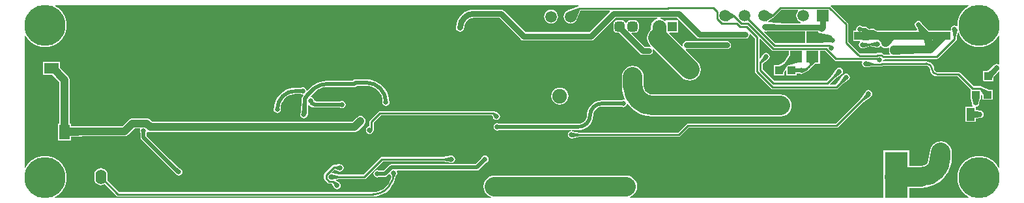
<source format=gbl>
%FSAX24Y24*%
%MOIN*%
G70*
G01*
G75*
G04 Layer_Physical_Order=2*
G04 Layer_Color=16711680*
%ADD10C,0.1000*%
%ADD11C,0.0100*%
%ADD12C,0.1200*%
%ADD13C,0.0200*%
%ADD14C,0.0300*%
%ADD15C,0.0400*%
%ADD16C,0.0150*%
%ADD17C,0.0500*%
%ADD18O,0.0709X0.0118*%
%ADD19O,0.0118X0.0709*%
%ADD20R,0.0413X0.0394*%
%ADD21R,0.0433X0.0669*%
%ADD22R,0.1181X0.2362*%
%ADD23R,0.0276X0.0354*%
%ADD24R,0.0374X0.0394*%
%ADD25R,0.0118X0.0157*%
%ADD26R,0.0394X0.0413*%
%ADD27O,0.0866X0.0236*%
%ADD28R,0.0787X0.0787*%
%ADD29R,0.0394X0.0374*%
%ADD30R,0.0433X0.0236*%
%ADD31R,0.1496X0.0984*%
%ADD32R,0.0787X0.0197*%
%ADD33R,0.0315X0.0315*%
%ADD34R,0.4110X0.3504*%
%ADD35R,0.0394X0.1339*%
%ADD36C,0.0150*%
%ADD37C,0.3000*%
%ADD38C,0.0700*%
%ADD39R,0.0550X0.0750*%
%ADD40O,0.0550X0.0750*%
%ADD41R,0.0750X0.0550*%
%ADD42O,0.0750X0.0550*%
%ADD43C,0.0591*%
%ADD44R,0.0591X0.0591*%
%ADD45C,0.0748*%
%ADD46C,0.2100*%
G04:AMPARAMS|DCode=47|XSize=51mil|YSize=51mil|CornerRadius=12.8mil|HoleSize=0mil|Usage=FLASHONLY|Rotation=0.000|XOffset=0mil|YOffset=0mil|HoleType=Round|Shape=RoundedRectangle|*
%AMROUNDEDRECTD47*
21,1,0.0510,0.0255,0,0,0.0*
21,1,0.0255,0.0510,0,0,0.0*
1,1,0.0255,0.0128,-0.0128*
1,1,0.0255,-0.0128,-0.0128*
1,1,0.0255,-0.0128,0.0128*
1,1,0.0255,0.0128,0.0128*
%
%ADD47ROUNDEDRECTD47*%
%ADD48R,0.0510X0.0510*%
%ADD49C,0.0250*%
%ADD50C,0.0700*%
%ADD51R,0.0630X0.0591*%
%ADD52R,0.0669X0.0433*%
G36*
X028398Y009901D02*
X028385Y009880D01*
X027923Y009698D01*
X027907Y009696D01*
X027821Y009660D01*
X027795Y009641D01*
X027788Y009636D01*
X027786Y009634D01*
X027747Y009603D01*
X027690Y009529D01*
X027654Y009443D01*
X027642Y009350D01*
X027654Y009257D01*
X027690Y009171D01*
X027747Y009097D01*
X027821Y009040D01*
X027907Y009004D01*
X028000Y008992D01*
X028093Y009004D01*
X028179Y009040D01*
X028253Y009097D01*
X028284Y009136D01*
X028286Y009138D01*
X028291Y009145D01*
X028310Y009171D01*
X028346Y009257D01*
X028348Y009273D01*
X028502Y009664D01*
X029995D01*
X030015Y009617D01*
X028961Y008564D01*
X025689D01*
X024601Y009651D01*
X024532Y009698D01*
X024450Y009714D01*
X023062D01*
Y009714D01*
X022881Y009697D01*
X022707Y009644D01*
X022547Y009558D01*
X022407Y009443D01*
X022292Y009303D01*
X022206Y009143D01*
X022153Y008969D01*
X022136Y008788D01*
X022136D01*
X022152Y008706D01*
X022199Y008637D01*
X022268Y008590D01*
X022350Y008574D01*
X022432Y008590D01*
X022501Y008637D01*
X022548Y008706D01*
X022564Y008788D01*
X022564D01*
X022561Y008791D01*
X022578Y008918D01*
X022628Y009039D01*
X022708Y009143D01*
X022811Y009222D01*
X022932Y009272D01*
X023052Y009288D01*
X023062Y009286D01*
X024361D01*
X025449Y008199D01*
X025518Y008152D01*
X025518Y008152D01*
X025518Y008152D01*
D01*
X025518Y008152D01*
X025518Y008152D01*
X025600Y008136D01*
X029050D01*
X029132Y008152D01*
X029201Y008199D01*
X029201Y008199D01*
X029201Y008199D01*
X030304Y009302D01*
X032427D01*
X032430Y009252D01*
X032413Y009249D01*
X032313Y009208D01*
X032228Y009142D01*
X032162Y009057D01*
X032121Y008957D01*
X032106Y008850D01*
Y008840D01*
Y008673D01*
X032083Y008655D01*
X031994Y008538D01*
X031937Y008402D01*
X031918Y008255D01*
X031937Y008109D01*
X031994Y007973D01*
X032083Y007856D01*
X032095Y007844D01*
X032072Y007800D01*
X032000Y007814D01*
X031786D01*
X031115Y008485D01*
X031135Y008531D01*
X031307D01*
X031381Y008546D01*
X031443Y008587D01*
X031484Y008649D01*
X031499Y008723D01*
Y008978D01*
X031484Y009051D01*
X031443Y009113D01*
X031381Y009154D01*
X031307Y009169D01*
X031052D01*
X030979Y009154D01*
X030917Y009113D01*
X030876Y009051D01*
X030870Y009021D01*
X030820D01*
X030814Y009051D01*
X030773Y009113D01*
X030711Y009154D01*
X030638Y009169D01*
X030382D01*
X030309Y009154D01*
X030247Y009113D01*
X030206Y009051D01*
X030191Y008978D01*
Y008723D01*
X030206Y008649D01*
X030247Y008587D01*
X030309Y008546D01*
X030382Y008531D01*
X030464D01*
X031546Y007449D01*
X031616Y007402D01*
X031698Y007386D01*
X032000D01*
X032082Y007402D01*
X032151Y007449D01*
X032198Y007518D01*
X032214Y007600D01*
X032200Y007672D01*
X032244Y007695D01*
X033701Y006239D01*
X033818Y006149D01*
X033954Y006092D01*
X034100Y006073D01*
X034246Y006092D01*
X034382Y006149D01*
X034499Y006239D01*
X034589Y006356D01*
X034646Y006492D01*
X034665Y006638D01*
X034646Y006784D01*
X034589Y006920D01*
X034499Y007037D01*
X033887Y007650D01*
X033911Y007694D01*
X033950Y007686D01*
X036000D01*
X036082Y007702D01*
X036151Y007749D01*
X036198Y007818D01*
X036214Y007900D01*
X036198Y007982D01*
X036151Y008051D01*
X036082Y008098D01*
X036000Y008114D01*
X033950D01*
X033868Y008098D01*
X033799Y008051D01*
X033752Y007982D01*
X033736Y007900D01*
X033744Y007861D01*
X033700Y007837D01*
X033048Y008489D01*
X033067Y008535D01*
X033505D01*
Y009165D01*
X032875D01*
Y009139D01*
X032828Y009123D01*
X032812Y009142D01*
X032727Y009208D01*
X032627Y009249D01*
X032610Y009252D01*
X032613Y009302D01*
X033446D01*
X034449Y008299D01*
X034518Y008252D01*
X034518Y008252D01*
X034518Y008252D01*
D01*
X034518Y008252D01*
X034518Y008252D01*
X034600Y008236D01*
X036950D01*
X037032Y008252D01*
X037101Y008299D01*
X037148Y008368D01*
X037164Y008450D01*
X037162Y008459D01*
X037206Y008482D01*
X037438Y008251D01*
Y006550D01*
X037438Y006550D01*
X037446Y006507D01*
X037471Y006471D01*
X038271Y005671D01*
X038271Y005671D01*
X038307Y005646D01*
X038307Y005646D01*
X038307Y005646D01*
D01*
X038307Y005646D01*
X038307Y005646D01*
X038350Y005638D01*
X038350Y005638D01*
X041600D01*
X041600Y005638D01*
X041643Y005646D01*
X041679Y005671D01*
X041836Y005827D01*
X042215Y006102D01*
X042219Y006107D01*
X042233Y006117D01*
X042274Y006178D01*
X042289Y006250D01*
X042274Y006322D01*
X042233Y006383D01*
X042172Y006424D01*
X042100Y006439D01*
X042028Y006424D01*
X041967Y006383D01*
X041957Y006369D01*
X041952Y006365D01*
X041677Y005986D01*
X041554Y005862D01*
X041286D01*
X041267Y005908D01*
X041486Y006127D01*
X041865Y006402D01*
X041869Y006407D01*
X041883Y006417D01*
X041924Y006478D01*
X041939Y006550D01*
X041924Y006622D01*
X041883Y006683D01*
X041822Y006724D01*
X041750Y006739D01*
X041678Y006724D01*
X041617Y006683D01*
X041607Y006669D01*
X041602Y006665D01*
X041327Y006286D01*
X041104Y006062D01*
X038423D01*
X037822Y006663D01*
Y006951D01*
X038112Y007150D01*
X038117Y007156D01*
X038133Y007167D01*
X038174Y007228D01*
X038189Y007300D01*
X038174Y007372D01*
X038133Y007433D01*
X038072Y007474D01*
X038000Y007489D01*
X037928Y007474D01*
X037867Y007433D01*
X037856Y007417D01*
X037850Y007412D01*
X037710Y007208D01*
X037662Y007223D01*
Y008188D01*
X037708Y008207D01*
X038294Y007621D01*
X038294Y007621D01*
X038331Y007596D01*
X038331Y007596D01*
X038331Y007596D01*
D01*
X038331Y007596D01*
X038331Y007596D01*
X038374Y007588D01*
X039160D01*
Y007390D01*
X038933Y007043D01*
X038622Y006857D01*
X038418D01*
Y006343D01*
X038952D01*
Y006530D01*
X039000Y006615D01*
X039048Y006603D01*
Y006343D01*
X039582D01*
Y006437D01*
X039711D01*
X039728Y006426D01*
X039800Y006411D01*
X039840Y006419D01*
X039842Y006419D01*
X039846Y006420D01*
X039872Y006426D01*
X039882Y006432D01*
X039883Y006433D01*
X040144Y006580D01*
X040150Y006585D01*
X040184Y006603D01*
X040289Y006689D01*
X040374Y006794D01*
X040387Y006817D01*
X040496Y006931D01*
X040753D01*
Y007588D01*
X041021D01*
X041498Y007111D01*
X041535Y007086D01*
X041578Y007078D01*
X041578Y007078D01*
X042910D01*
X042933Y007034D01*
X042926Y007022D01*
X042911Y006950D01*
X042926Y006878D01*
X042967Y006817D01*
X043028Y006776D01*
X043067Y006768D01*
X043067Y006768D01*
X043068Y006768D01*
X043100Y006761D01*
X043110Y006763D01*
X043111Y006763D01*
X043535Y006803D01*
X043897D01*
X043897Y006803D01*
X043940Y006811D01*
X043977Y006836D01*
X043979Y006838D01*
X046200D01*
X046202Y006838D01*
X046272Y006824D01*
X046333Y006783D01*
X046374Y006722D01*
X046388Y006652D01*
X046388Y006650D01*
X046387D01*
X046399Y006556D01*
X046436Y006468D01*
X046493Y006393D01*
X046568Y006336D01*
X046656Y006299D01*
X046750Y006287D01*
Y006288D01*
X047804D01*
X048463Y005629D01*
X048453Y005607D01*
X048453D01*
X048453Y005607D01*
Y005093D01*
X048501D01*
X048537Y004882D01*
X048541Y004871D01*
X048546Y004848D01*
X048585Y004789D01*
X048574Y004768D01*
X048559Y004745D01*
X048192D01*
Y003955D01*
X048745D01*
Y004124D01*
X048989Y004167D01*
X048999Y004171D01*
X049022Y004176D01*
X049083Y004217D01*
X049124Y004278D01*
X049139Y004350D01*
X049124Y004422D01*
X049083Y004483D01*
X049022Y004524D01*
X048999Y004529D01*
X048989Y004533D01*
X048745Y004576D01*
Y004736D01*
X048792Y004746D01*
X048853Y004787D01*
X048894Y004848D01*
X048899Y004871D01*
X048903Y004882D01*
X048939Y005093D01*
X048987D01*
Y005349D01*
X049035Y005362D01*
X049083Y005279D01*
Y005093D01*
X049617D01*
Y005607D01*
X049398D01*
X049028Y005779D01*
X049026Y005779D01*
X049024Y005780D01*
X049021Y005781D01*
X049019Y005782D01*
X049014Y005783D01*
X049009Y005785D01*
X048997Y005786D01*
X048985Y005789D01*
X048983Y005789D01*
X048981Y005789D01*
X048981Y005789D01*
X048620D01*
X047929Y006479D01*
X047893Y006504D01*
X047850Y006512D01*
X047850Y006512D01*
X046750D01*
Y006512D01*
X046697Y006523D01*
X046653Y006553D01*
X046623Y006597D01*
X046613Y006649D01*
X046614Y006650D01*
X046614D01*
X046599Y006757D01*
X046558Y006857D01*
X046492Y006942D01*
X046407Y007008D01*
X046307Y007049D01*
X046200Y007064D01*
Y007062D01*
X044011D01*
X043979Y007101D01*
X043989Y007150D01*
X044129Y007178D01*
X046728D01*
X046728Y007178D01*
X046771Y007186D01*
X046808Y007211D01*
X047729Y008132D01*
X047729Y008132D01*
X047754Y008169D01*
X047754Y008169D01*
X047754Y008169D01*
X047762Y008212D01*
X047762Y008212D01*
Y008265D01*
X047807Y008514D01*
X047856Y008519D01*
X047908Y008395D01*
X047999Y008246D01*
X048113Y008113D01*
X048246Y007999D01*
X048395Y007908D01*
X048556Y007841D01*
X048726Y007800D01*
X048900Y007787D01*
X049074Y007800D01*
X049244Y007841D01*
X049405Y007908D01*
X049554Y007999D01*
X049687Y008113D01*
X049801Y008246D01*
X049886Y008384D01*
X049934Y008370D01*
Y006921D01*
X049890Y006898D01*
X049872Y006909D01*
X049800Y006924D01*
X049728Y006909D01*
X049695Y006887D01*
X049680Y006879D01*
X049675Y006874D01*
X049667Y006868D01*
X049663Y006864D01*
X049354Y006588D01*
X049302Y006557D01*
X049098D01*
Y006043D01*
X049632D01*
Y006230D01*
X049664Y006288D01*
X049887Y006549D01*
X049934Y006532D01*
Y001630D01*
X049886Y001616D01*
X049801Y001754D01*
X049687Y001887D01*
X049554Y002001D01*
X049405Y002092D01*
X049244Y002159D01*
X049074Y002200D01*
X048900Y002213D01*
X048726Y002200D01*
X048556Y002159D01*
X048395Y002092D01*
X048246Y002001D01*
X048113Y001887D01*
X047999Y001754D01*
X047908Y001605D01*
X047841Y001444D01*
X047800Y001274D01*
X047787Y001100D01*
X047800Y000926D01*
X047841Y000756D01*
X047908Y000595D01*
X047999Y000446D01*
X048113Y000313D01*
X048246Y000199D01*
X048384Y000114D01*
X048370Y000066D01*
X045319D01*
Y000585D01*
X045950D01*
X045950Y000585D01*
X046195Y000604D01*
X046434Y000662D01*
X046660Y000756D01*
X046870Y000884D01*
X047056Y001044D01*
X047216Y001230D01*
X047300Y001367D01*
X047327Y001410D01*
X047329Y001414D01*
X047344Y001440D01*
X047438Y001666D01*
X047496Y001905D01*
X047515Y002150D01*
X047515Y002150D01*
Y002400D01*
X047512Y002424D01*
X047513Y002448D01*
X047502Y002497D01*
X047496Y002546D01*
X047486Y002568D01*
X047481Y002592D01*
X047458Y002636D01*
X047439Y002682D01*
X047424Y002702D01*
X047413Y002723D01*
X047380Y002760D01*
X047349Y002799D01*
X047330Y002814D01*
X047314Y002832D01*
X047272Y002859D01*
X047232Y002889D01*
X047210Y002898D01*
X047190Y002911D01*
X047142Y002926D01*
X047096Y002946D01*
X047072Y002949D01*
X047049Y002956D01*
X046999Y002958D01*
X046950Y002965D01*
X046926Y002962D01*
X046902Y002963D01*
X046853Y002952D01*
X046804Y002946D01*
X046782Y002936D01*
X046758Y002931D01*
X046714Y002908D01*
X046668Y002889D01*
X046648Y002874D01*
X046627Y002863D01*
X046590Y002830D01*
X046551Y002799D01*
X046536Y002780D01*
X046518Y002764D01*
X046491Y002722D01*
X046461Y002682D01*
X046452Y002660D01*
X046439Y002640D01*
X046424Y002592D01*
X046404Y002546D01*
X046401Y002522D01*
X046394Y002499D01*
X046281Y001867D01*
X046260Y001840D01*
X046169Y001770D01*
X046064Y001726D01*
X045964Y001713D01*
X045950Y001715D01*
X045319D01*
Y002491D01*
X044018D01*
Y001258D01*
X044004Y001150D01*
X044018Y001042D01*
Y000066D01*
X031032D01*
X031023Y000115D01*
X031132Y000161D01*
X031249Y000251D01*
X031339Y000368D01*
X031396Y000504D01*
X031415Y000650D01*
X031396Y000796D01*
X031339Y000932D01*
X031249Y001049D01*
X031132Y001139D01*
X030996Y001196D01*
X030850Y001215D01*
X024100D01*
X023954Y001196D01*
X023818Y001139D01*
X023701Y001049D01*
X023611Y000932D01*
X023554Y000796D01*
X023535Y000650D01*
X023554Y000504D01*
X023611Y000368D01*
X023701Y000251D01*
X023818Y000161D01*
X023928Y000115D01*
X023918Y000066D01*
X001630D01*
X001616Y000114D01*
X001754Y000199D01*
X001887Y000313D01*
X002001Y000446D01*
X002092Y000595D01*
X002159Y000756D01*
X002200Y000926D01*
X002213Y001100D01*
X002200Y001274D01*
X002159Y001444D01*
X002092Y001605D01*
X002001Y001754D01*
X001887Y001887D01*
X001754Y002001D01*
X001605Y002092D01*
X001444Y002159D01*
X001274Y002200D01*
X001100Y002213D01*
X000926Y002200D01*
X000756Y002159D01*
X000595Y002092D01*
X000446Y002001D01*
X000313Y001887D01*
X000199Y001754D01*
X000114Y001616D01*
X000066Y001630D01*
Y008370D01*
X000114Y008384D01*
X000199Y008246D01*
X000313Y008113D01*
X000446Y007999D01*
X000595Y007908D01*
X000756Y007841D01*
X000926Y007800D01*
X001100Y007787D01*
X001274Y007800D01*
X001444Y007841D01*
X001605Y007908D01*
X001754Y007999D01*
X001887Y008113D01*
X002001Y008246D01*
X002092Y008395D01*
X002159Y008556D01*
X002200Y008726D01*
X002213Y008900D01*
X002200Y009074D01*
X002159Y009244D01*
X002092Y009405D01*
X002001Y009554D01*
X001887Y009687D01*
X001754Y009801D01*
X001616Y009886D01*
X001630Y009934D01*
X028386D01*
X028398Y009901D01*
D02*
G37*
G36*
X038008Y008577D02*
X038051Y008586D01*
X040003D01*
Y007993D01*
X038466D01*
X037911Y008548D01*
X037934Y008592D01*
X038008Y008577D01*
D02*
G37*
G36*
X048384Y009886D02*
X048246Y009801D01*
X048113Y009687D01*
X047999Y009554D01*
X047908Y009405D01*
X047841Y009244D01*
X047800Y009074D01*
X047787Y008900D01*
X047788Y008885D01*
X047745Y008859D01*
X047722Y008874D01*
X047650Y008889D01*
X047578Y008874D01*
X047517Y008833D01*
X047476Y008772D01*
X047461Y008700D01*
X047465Y008684D01*
X047433Y008645D01*
X046705D01*
Y008631D01*
X046645D01*
Y008645D01*
X046336D01*
X045978Y009003D01*
X045974Y009022D01*
X045933Y009083D01*
X045872Y009124D01*
X045800Y009139D01*
X045728Y009124D01*
X045667Y009083D01*
X045626Y009022D01*
X045611Y008950D01*
X045626Y008878D01*
X045667Y008817D01*
X045677Y008810D01*
X045721Y008686D01*
X045693Y008645D01*
X045005D01*
Y008631D01*
X044945D01*
Y008645D01*
X044155D01*
Y008631D01*
X044095D01*
Y008645D01*
X043653D01*
X043550Y008708D01*
X043550Y008708D01*
X043550Y008708D01*
X043548Y008709D01*
X043546Y008710D01*
X043538Y008712D01*
X043531Y008717D01*
X043530Y008717D01*
X043529Y008718D01*
X043527Y008718D01*
X043526Y008719D01*
X043518Y008721D01*
X043511Y008724D01*
X043505Y008724D01*
X043500Y008726D01*
X043499Y008726D01*
X043499Y008726D01*
X043497Y008726D01*
X043495Y008727D01*
X043487Y008726D01*
X043479Y008728D01*
X043249D01*
X043180Y008797D01*
X043177Y008799D01*
X043175Y008802D01*
X043174Y008802D01*
X043174Y008803D01*
X043173Y008804D01*
X043172Y008804D01*
X043153Y008815D01*
X043135Y008827D01*
X043132Y008828D01*
X043129Y008830D01*
X043128Y008830D01*
X043127Y008830D01*
X043126Y008830D01*
X043125Y008831D01*
X043104Y008833D01*
X043082Y008838D01*
X042927D01*
X042872Y008874D01*
X042800Y008889D01*
X042728Y008874D01*
X042667Y008833D01*
X042626Y008772D01*
X042611Y008700D01*
X042615Y008684D01*
X042583Y008645D01*
X042455D01*
Y008092D01*
X042793D01*
X042808Y008044D01*
X042807Y008043D01*
X042766Y007982D01*
X042751Y007910D01*
X042766Y007838D01*
X042807Y007777D01*
X042868Y007736D01*
X042940Y007721D01*
X042968Y007727D01*
X042983Y007728D01*
X043009Y007735D01*
X043012Y007736D01*
X043013Y007736D01*
X043338Y007825D01*
X043674Y007765D01*
X043682Y007765D01*
X043700Y007761D01*
X043772Y007776D01*
X043833Y007817D01*
X043847Y007837D01*
X043897Y007841D01*
X043897Y007841D01*
Y007841D01*
X043901Y007836D01*
X043918Y007815D01*
X043924Y007810D01*
X043928Y007804D01*
X043951Y007789D01*
X043972Y007773D01*
X043979Y007770D01*
X043985Y007766D01*
X044010Y007757D01*
X044035Y007747D01*
X044043Y007746D01*
X044050Y007743D01*
X044076Y007741D01*
X044103Y007738D01*
X044110Y007739D01*
X044118Y007738D01*
X044127Y007740D01*
X044142Y007740D01*
X044168Y007738D01*
X044176Y007740D01*
X044185Y007740D01*
X044210Y007747D01*
X044235Y007752D01*
X044243Y007756D01*
X044251Y007758D01*
X044260Y007763D01*
X044298Y007730D01*
X044297Y007728D01*
X044288Y007660D01*
Y007600D01*
X044289Y007594D01*
X044288Y007588D01*
X044293Y007560D01*
X044297Y007532D01*
X044299Y007527D01*
X044300Y007521D01*
X044312Y007495D01*
X044323Y007469D01*
X044326Y007464D01*
X044329Y007459D01*
X044326Y007421D01*
X044302Y007402D01*
X044039D01*
X043977Y007464D01*
X043940Y007489D01*
X043897Y007497D01*
X043897Y007497D01*
X043703D01*
X043660Y007489D01*
X043623Y007464D01*
X043623Y007464D01*
X043621Y007462D01*
X042814D01*
X042807Y007469D01*
X042771Y007494D01*
X042767Y007494D01*
X042202Y008059D01*
Y008956D01*
X042202Y008956D01*
X042194Y008999D01*
X042169Y009035D01*
X041320Y009885D01*
X041318Y009886D01*
X041333Y009934D01*
X048370D01*
X048384Y009886D01*
D02*
G37*
G36*
X039643Y009648D02*
X039590Y009579D01*
X039554Y009493D01*
X039542Y009400D01*
X039554Y009307D01*
X039590Y009221D01*
X039647Y009147D01*
X039721Y009090D01*
X039785Y009063D01*
X039775Y009014D01*
X038997D01*
X038113Y009057D01*
X038098Y009104D01*
X038153Y009147D01*
X038161Y009156D01*
X038389Y009306D01*
X038389Y009307D01*
X038390Y009307D01*
X038395Y009313D01*
X038402Y009317D01*
X038404Y009319D01*
X038406Y009321D01*
X038779Y009693D01*
X039621D01*
X039643Y009648D01*
D02*
G37*
%LPC*%
G36*
X001885Y007035D02*
X001015D01*
Y006365D01*
X001483D01*
X001843Y006006D01*
Y005025D01*
X001839Y003885D01*
X001765D01*
Y003015D01*
X002435D01*
Y003196D01*
X003580Y003223D01*
X005185D01*
X005185Y003223D01*
X005253Y003232D01*
X005316Y003258D01*
X005370Y003300D01*
X005694Y003623D01*
X005956D01*
X005980Y003579D01*
X005976Y003572D01*
X005961Y003500D01*
X005976Y003428D01*
X005987Y003411D01*
Y003168D01*
X005999Y003106D01*
X006035Y003053D01*
X007803Y001285D01*
X007806Y001283D01*
X007817Y001267D01*
X007878Y001226D01*
X007950Y001211D01*
X008022Y001226D01*
X008083Y001267D01*
X008124Y001328D01*
X008139Y001400D01*
X008124Y001472D01*
X008083Y001533D01*
X008022Y001574D01*
X007998Y001579D01*
X007499Y002050D01*
X006313Y003236D01*
Y003411D01*
X006324Y003428D01*
X006328Y003446D01*
X006372Y003469D01*
X006390Y003462D01*
X006427Y003447D01*
X006494Y003438D01*
X006494Y003438D01*
X016950D01*
X016950Y003438D01*
X017018Y003447D01*
X017081Y003473D01*
X017135Y003515D01*
X017435Y003815D01*
X017477Y003869D01*
X017503Y003932D01*
X017512Y004000D01*
X017503Y004068D01*
X017477Y004131D01*
X017435Y004185D01*
X017381Y004227D01*
X017318Y004253D01*
X017250Y004262D01*
X017182Y004253D01*
X017119Y004227D01*
X017065Y004185D01*
X016841Y003962D01*
X006603D01*
X006495Y004070D01*
X006441Y004112D01*
X006377Y004138D01*
X006309Y004147D01*
X006309Y004147D01*
X005585D01*
X005517Y004138D01*
X005454Y004112D01*
X005400Y004070D01*
X005400Y004070D01*
X005076Y003747D01*
X002435D01*
Y003885D01*
X002367D01*
Y006114D01*
X002363Y006145D01*
X002360Y006175D01*
X002359Y006179D01*
X002358Y006182D01*
X002347Y006210D01*
X002336Y006239D01*
X002333Y006242D01*
X002332Y006245D01*
X002313Y006270D01*
X002295Y006295D01*
X001885Y006728D01*
Y007035D01*
D02*
G37*
G36*
X024050Y004512D02*
X024050Y004512D01*
X018250D01*
X018250Y004512D01*
X018207Y004504D01*
X018171Y004479D01*
X017731Y004039D01*
X017706Y004003D01*
X017698Y003960D01*
X017698Y003960D01*
Y003738D01*
X017628Y003724D01*
X017567Y003683D01*
X017526Y003622D01*
X017511Y003550D01*
X017526Y003478D01*
X017567Y003417D01*
X017616Y003383D01*
X017621Y003377D01*
X017637Y003361D01*
X017637Y003361D01*
X017673Y003336D01*
X017673Y003336D01*
X017673Y003336D01*
D01*
X017673Y003336D01*
X017673Y003336D01*
X017716Y003328D01*
X017759Y003336D01*
X017796Y003361D01*
X017889Y003454D01*
X017889Y003454D01*
X017914Y003491D01*
X017922Y003534D01*
X017922Y003534D01*
Y003914D01*
X018296Y004288D01*
X023978D01*
X024024Y004188D01*
X024026Y004178D01*
X024035Y004165D01*
X024036Y004160D01*
X024048Y004145D01*
X024067Y004117D01*
X024128Y004076D01*
X024200Y004061D01*
X024272Y004076D01*
X024333Y004117D01*
X024374Y004178D01*
X024389Y004250D01*
X024374Y004322D01*
X024333Y004383D01*
X024305Y004402D01*
X024290Y004414D01*
X024285Y004415D01*
X024272Y004424D01*
X024262Y004426D01*
X024097Y004502D01*
X024095Y004502D01*
X024093Y004504D01*
X024091Y004504D01*
X024089Y004505D01*
X024071Y004508D01*
X024054Y004512D01*
X024052Y004512D01*
X024050Y004512D01*
D02*
G37*
G36*
X023615Y002239D02*
X023543Y002224D01*
X023482Y002183D01*
X023441Y002122D01*
X023437Y002103D01*
X023131Y001797D01*
X018822D01*
X018760Y001784D01*
X018707Y001749D01*
X018421Y001463D01*
X018189D01*
X018172Y001474D01*
X018100Y001489D01*
X018028Y001474D01*
X017967Y001433D01*
X017926Y001372D01*
X017911Y001300D01*
X017926Y001228D01*
X017967Y001167D01*
X018028Y001126D01*
X018100Y001111D01*
X018172Y001126D01*
X018189Y001137D01*
X018488D01*
X018551Y001149D01*
X018604Y001185D01*
X018717Y001298D01*
X018764Y001283D01*
X018766Y001277D01*
X018775Y001262D01*
X018824Y001152D01*
X018822Y001134D01*
X018791Y001031D01*
X018772Y000967D01*
X018689Y000813D01*
X018597Y000700D01*
X018597Y000700D01*
X018597D01*
X018592Y000696D01*
X018590Y000695D01*
X018590Y000695D01*
X018590Y000695D01*
X018529Y000621D01*
X018394Y000511D01*
X018240Y000428D01*
X018073Y000378D01*
X017905Y000361D01*
X017900Y000362D01*
X004891D01*
X004289Y000964D01*
X004300Y001050D01*
Y001250D01*
X004289Y001337D01*
X004255Y001419D01*
X004202Y001489D01*
X004132Y001543D01*
X004050Y001576D01*
X003963Y001588D01*
X003875Y001576D01*
X003794Y001543D01*
X003724Y001489D01*
X003670Y001419D01*
X003636Y001337D01*
X003625Y001250D01*
Y001050D01*
X003636Y000963D01*
X003670Y000881D01*
X003724Y000811D01*
X003794Y000757D01*
X003875Y000724D01*
X003963Y000712D01*
X004050Y000724D01*
X004132Y000757D01*
X004158Y000778D01*
X004765Y000171D01*
X004765Y000171D01*
X004802Y000146D01*
X004802Y000146D01*
X004802Y000146D01*
D01*
X004802Y000146D01*
X004802Y000146D01*
X004844Y000138D01*
X004844Y000138D01*
X017900D01*
Y000137D01*
X018074Y000150D01*
X018244Y000191D01*
X018405Y000258D01*
X018554Y000349D01*
X018687Y000463D01*
X018754Y000541D01*
X018758Y000544D01*
X018760Y000547D01*
X018760Y000547D01*
X018851Y000653D01*
X018942Y000802D01*
X019007Y000960D01*
X019009Y000963D01*
X019050Y001133D01*
X019050Y001138D01*
X019105Y001262D01*
X019114Y001277D01*
X019121Y001311D01*
X019126Y001331D01*
X019125Y001332D01*
X019129Y001349D01*
X019114Y001421D01*
X019111Y001426D01*
X019134Y001471D01*
X023199D01*
X023261Y001483D01*
X023314Y001518D01*
X023668Y001872D01*
X023687Y001876D01*
X023748Y001917D01*
X023789Y001978D01*
X023804Y002050D01*
X023789Y002122D01*
X023748Y002183D01*
X023687Y002224D01*
X023615Y002239D01*
D02*
G37*
G36*
X021900D02*
X021882Y002235D01*
X021874Y002235D01*
X021465Y002162D01*
X018350D01*
X018307Y002154D01*
X018271Y002129D01*
X018271Y002129D01*
X017404Y001262D01*
X016166D01*
X015798Y001328D01*
X015783Y001376D01*
X015924Y001517D01*
X016118Y001432D01*
X016128Y001426D01*
X016174Y001417D01*
X016177Y001416D01*
X016177Y001416D01*
X016200Y001411D01*
X016272Y001426D01*
X016333Y001467D01*
X016374Y001528D01*
X016389Y001600D01*
X016374Y001672D01*
X016333Y001733D01*
X016272Y001774D01*
X016239Y001781D01*
X016237Y001782D01*
X016231Y001782D01*
X016200Y001789D01*
X016188Y001786D01*
X015889Y001762D01*
X015881Y001760D01*
X015873Y001759D01*
X015865Y001756D01*
X015857Y001754D01*
X015856Y001754D01*
X015855Y001754D01*
X015852Y001751D01*
X015847Y001750D01*
X015841Y001745D01*
X015833Y001741D01*
X015827Y001735D01*
X015820Y001731D01*
X015820Y001730D01*
X015819Y001729D01*
X015819Y001729D01*
X015416Y001327D01*
X015392Y001290D01*
X015384Y001247D01*
X015384Y001247D01*
Y001053D01*
X015384Y001053D01*
X015392Y001010D01*
X015416Y000973D01*
X015554Y000836D01*
X015554Y000836D01*
X015590Y000811D01*
X015590Y000811D01*
X015590Y000811D01*
D01*
X015590Y000811D01*
X015590Y000811D01*
X015633Y000803D01*
X015633Y000803D01*
X015771D01*
X015876Y000628D01*
X015876Y000628D01*
X015876Y000627D01*
X015895Y000596D01*
X015903Y000587D01*
X015917Y000567D01*
X015978Y000526D01*
X016050Y000511D01*
X016122Y000526D01*
X016183Y000567D01*
X016224Y000628D01*
X016239Y000700D01*
X016224Y000772D01*
X016183Y000833D01*
X016163Y000847D01*
X016154Y000855D01*
X016123Y000874D01*
X016122Y000874D01*
X016122Y000874D01*
X015983Y000958D01*
X015992Y001007D01*
X016166Y001038D01*
X017450D01*
X017450Y001038D01*
X017493Y001046D01*
X017529Y001071D01*
X018396Y001938D01*
X021465D01*
X021874Y001865D01*
X021882Y001865D01*
X021900Y001861D01*
X021972Y001876D01*
X022033Y001917D01*
X022074Y001978D01*
X022089Y002050D01*
X022074Y002122D01*
X022033Y002183D01*
X021972Y002224D01*
X021900Y002239D01*
D02*
G37*
G36*
X017550Y006134D02*
Y006133D01*
X016990D01*
X016990Y006133D01*
X016928Y006121D01*
X016875Y006086D01*
X016853Y006063D01*
X015514D01*
Y006064D01*
X015332Y006049D01*
X015155Y006007D01*
X014986Y005937D01*
X014830Y005841D01*
X014817Y005830D01*
X014803Y005818D01*
X014799Y005816D01*
X014798Y005814D01*
X014691Y005723D01*
X014692Y005722D01*
X014531Y005562D01*
X014483Y005576D01*
X014474Y005622D01*
X014433Y005683D01*
X014372Y005724D01*
X014300Y005739D01*
X014228Y005724D01*
X014211Y005713D01*
X013942D01*
Y005713D01*
X013768Y005700D01*
X013598Y005659D01*
X013437Y005592D01*
X013288Y005501D01*
X013155Y005387D01*
X013041Y005254D01*
X012950Y005105D01*
X012883Y004944D01*
X012842Y004774D01*
X012837Y004700D01*
X012818Y004672D01*
X012803Y004600D01*
X012818Y004528D01*
X012859Y004467D01*
X012920Y004426D01*
X012992Y004411D01*
X013064Y004426D01*
X013125Y004467D01*
X013166Y004528D01*
X013181Y004600D01*
X013166Y004672D01*
X013161Y004680D01*
X013168Y004754D01*
X013213Y004902D01*
X013286Y005038D01*
X013384Y005158D01*
X013504Y005256D01*
X013640Y005329D01*
X013788Y005374D01*
X013936Y005388D01*
X013942Y005387D01*
X014211D01*
X014228Y005376D01*
X014300Y005361D01*
X014307Y005363D01*
X014320Y005350D01*
X014336Y005320D01*
X014300Y005283D01*
X014264Y005230D01*
X014252Y005168D01*
Y005091D01*
X014195Y004439D01*
X014176Y004410D01*
X014161Y004338D01*
X014176Y004266D01*
X014217Y004204D01*
X014278Y004164D01*
X014350Y004149D01*
X014422Y004164D01*
X014483Y004204D01*
X014524Y004266D01*
X014528Y004285D01*
X014530Y004288D01*
X014566Y004340D01*
X014578Y004403D01*
Y004800D01*
X014625Y004816D01*
X014643Y004793D01*
X014718Y004736D01*
X014806Y004699D01*
X014900Y004687D01*
X014900Y004687D01*
X016209D01*
X016225Y004676D01*
X016297Y004661D01*
X016370Y004676D01*
X016431Y004717D01*
X016472Y004778D01*
X016486Y004850D01*
X016472Y004922D01*
X016431Y004983D01*
X016370Y005024D01*
X016297Y005039D01*
X016225Y005024D01*
X016209Y005013D01*
X015074D01*
X014889Y005050D01*
X014874Y005122D01*
X014833Y005183D01*
X014772Y005224D01*
X014726Y005233D01*
X014712Y005281D01*
X014922Y005492D01*
X014927Y005498D01*
X015013Y005569D01*
X015048Y005598D01*
X015193Y005675D01*
X015351Y005723D01*
X015507Y005738D01*
X015514Y005737D01*
X016920D01*
X016983Y005749D01*
X017036Y005785D01*
X017058Y005807D01*
X017550D01*
X017557Y005809D01*
X017714Y005793D01*
X017871Y005745D01*
X018016Y005668D01*
X018143Y005563D01*
X018248Y005436D01*
X018325Y005291D01*
X018373Y005134D01*
X018381Y005050D01*
X018376Y005042D01*
X018361Y004970D01*
X018376Y004898D01*
X018417Y004837D01*
X018478Y004796D01*
X018550Y004782D01*
X018622Y004796D01*
X018683Y004837D01*
X018724Y004898D01*
X018739Y004970D01*
X018724Y005042D01*
X018706Y005070D01*
X018699Y005152D01*
X018657Y005330D01*
X018587Y005498D01*
X018491Y005654D01*
X018373Y005793D01*
X018234Y005912D01*
X018078Y006007D01*
X017910Y006077D01*
X017732Y006119D01*
X017550Y006134D01*
D02*
G37*
G36*
X027000Y009708D02*
X026907Y009696D01*
X026821Y009660D01*
X026747Y009603D01*
X026690Y009529D01*
X026654Y009443D01*
X026642Y009350D01*
X026654Y009257D01*
X026690Y009171D01*
X026747Y009097D01*
X026821Y009040D01*
X026907Y009004D01*
X027000Y008992D01*
X027093Y009004D01*
X027179Y009040D01*
X027253Y009097D01*
X027310Y009171D01*
X027346Y009257D01*
X027358Y009350D01*
X027346Y009443D01*
X027310Y009529D01*
X027253Y009603D01*
X027179Y009660D01*
X027093Y009696D01*
X027000Y009708D01*
D02*
G37*
G36*
X027450Y005714D02*
X027337Y005699D01*
X027231Y005655D01*
X027140Y005586D01*
X027071Y005495D01*
X027027Y005390D01*
X027012Y005276D01*
X027027Y005163D01*
X027071Y005058D01*
X027140Y004967D01*
X027231Y004897D01*
X027337Y004854D01*
X027450Y004839D01*
X027563Y004854D01*
X027669Y004897D01*
X027760Y004967D01*
X027829Y005058D01*
X027873Y005163D01*
X027888Y005276D01*
X027873Y005390D01*
X027829Y005495D01*
X027760Y005586D01*
X027669Y005655D01*
X027563Y005699D01*
X027450Y005714D01*
D02*
G37*
G36*
X031185Y006830D02*
X031039Y006811D01*
X030903Y006754D01*
X030786Y006664D01*
X030696Y006547D01*
X030639Y006411D01*
X030620Y006265D01*
Y005800D01*
X030620Y005800D01*
X030639Y005555D01*
X030697Y005316D01*
X030697Y005316D01*
X030697Y005316D01*
X030758Y005121D01*
X030724Y005084D01*
X030700Y005089D01*
X030628Y005074D01*
X030611Y005063D01*
X029600D01*
Y005064D01*
X029451Y005049D01*
X029308Y005006D01*
X029176Y004935D01*
X029060Y004840D01*
X028965Y004724D01*
X028894Y004592D01*
X028851Y004449D01*
X028836Y004300D01*
X028837D01*
X028838Y004294D01*
X028824Y004186D01*
X028780Y004081D01*
X028710Y003990D01*
X028619Y003920D01*
X028514Y003876D01*
X028406Y003862D01*
X028400Y003863D01*
X024339D01*
X024322Y003874D01*
X024250Y003889D01*
X024178Y003874D01*
X024117Y003833D01*
X024076Y003772D01*
X024061Y003700D01*
X024076Y003628D01*
X024117Y003567D01*
X024178Y003526D01*
X024250Y003511D01*
X024322Y003526D01*
X024339Y003537D01*
X028037D01*
X028042Y003487D01*
Y003487D01*
X028042D01*
D01*
X027978Y003474D01*
X027917Y003433D01*
X027876Y003372D01*
X027861Y003300D01*
X027876Y003228D01*
X027917Y003167D01*
X027978Y003126D01*
X028050Y003111D01*
X028068Y003115D01*
X028076Y003115D01*
X028485Y003188D01*
X033537D01*
X033537Y003188D01*
X033580Y003196D01*
X033617Y003221D01*
X034052Y003656D01*
X041618D01*
X041618Y003656D01*
X041661Y003664D01*
X041697Y003688D01*
X042986Y004977D01*
X043365Y005252D01*
X043369Y005257D01*
X043383Y005267D01*
X043424Y005328D01*
X043439Y005400D01*
X043424Y005472D01*
X043383Y005533D01*
X043322Y005574D01*
X043250Y005589D01*
X043178Y005574D01*
X043117Y005533D01*
X043107Y005519D01*
X043102Y005515D01*
X042827Y005136D01*
X041571Y003880D01*
X034005D01*
X034005Y003880D01*
X033962Y003871D01*
X033926Y003847D01*
X033491Y003412D01*
X028485D01*
X028076Y003485D01*
X028076D01*
X028058Y003487D01*
X028063Y003537D01*
X028400D01*
Y003536D01*
X028549Y003551D01*
X028692Y003594D01*
X028824Y003665D01*
X028940Y003760D01*
X029035Y003876D01*
X029106Y004008D01*
X029149Y004151D01*
X029164Y004300D01*
X029163D01*
X029162Y004306D01*
X029176Y004414D01*
X029220Y004519D01*
X029290Y004610D01*
X029381Y004680D01*
X029486Y004724D01*
X029594Y004738D01*
X029600Y004737D01*
X030611D01*
X030628Y004726D01*
X030700Y004711D01*
X030772Y004726D01*
X030833Y004767D01*
X030874Y004828D01*
X030880Y004856D01*
X030881Y004857D01*
X030928Y004869D01*
X031079Y004694D01*
X031265Y004534D01*
X031475Y004406D01*
X031701Y004312D01*
X031940Y004254D01*
X032185Y004235D01*
X032185Y004235D01*
X038750D01*
X038896Y004254D01*
X039032Y004311D01*
X039149Y004401D01*
X039239Y004518D01*
X039296Y004654D01*
X039315Y004800D01*
X039296Y004946D01*
X039239Y005082D01*
X039149Y005199D01*
X039032Y005289D01*
X038896Y005346D01*
X038750Y005365D01*
X032185D01*
X032171Y005363D01*
X032071Y005376D01*
X031966Y005420D01*
X031875Y005490D01*
X031805Y005581D01*
X031761Y005686D01*
X031748Y005786D01*
X031750Y005800D01*
Y006265D01*
X031731Y006411D01*
X031674Y006547D01*
X031584Y006664D01*
X031467Y006754D01*
X031331Y006811D01*
X031185Y006830D01*
D02*
G37*
%LPD*%
D10*
X045950Y001150D02*
G03*
X046950Y002150I000000J001000D01*
G01*
X037200Y003150D02*
G03*
X036200Y002150I000000J-001000D01*
G01*
X027237Y002537D02*
G03*
X026529Y002830I-000707J-000707D01*
G01*
X027450Y002324D02*
G03*
X027824Y001950I000374J000000D01*
G01*
X031185Y005800D02*
G03*
X032185Y004800I001000J000000D01*
G01*
X032483Y008255D02*
X034100Y006638D01*
X007500Y002850D02*
X010500Y002830D01*
X007500Y002850D02*
X010500Y002830D01*
X034100Y002000D02*
Y003000D01*
X007520Y002830D02*
X010500D01*
X046816Y001650D02*
X046950Y002400D01*
X042600Y001741D02*
Y003150D01*
X027450Y002324D02*
X031176Y001950D01*
X026788Y002796D02*
X027450Y002324D01*
X044569Y001150D02*
X045950D01*
X046950Y002150D02*
Y002400D01*
X042600Y003150D02*
X044550D01*
X041650D02*
X042600D01*
Y001150D02*
Y003150D01*
X017650Y002830D02*
X018300D01*
X015300D02*
X017650D01*
X024100Y000650D02*
X030850D01*
X037200Y003150D02*
X037600D01*
X041650D01*
X036200Y001950D02*
Y002150D01*
X018300Y002830D02*
X026529D01*
X027237Y002537D02*
X027450Y002324D01*
X010500Y002830D02*
X015300D01*
X034100Y002000D02*
Y003000D01*
X034150Y001950D02*
X036200D01*
X027824D02*
X034050D01*
X034100Y002000D02*
X034150Y001950D01*
X032483Y008255D02*
X034100Y006638D01*
X007520Y002830D02*
X010500D01*
X007500Y002850D02*
X007520Y002830D01*
X031185Y005800D02*
Y006265D01*
X032185Y004800D02*
X038750D01*
D11*
X039800Y006600D02*
G03*
X040378Y007178I000000J000578D01*
G01*
X046500Y006650D02*
G03*
X046750Y006400I000250J000000D01*
G01*
X046500Y006650D02*
G03*
X046200Y006950I-000300J000000D01*
G01*
X018900Y000995D02*
G03*
X018940Y001166I-000950J000312D01*
G01*
X018679Y000623D02*
G03*
X018900Y000995I-000729J000684D01*
G01*
X017900Y000250D02*
G03*
X018679Y000623I000000J001000D01*
G01*
X048528Y004291D02*
X048933Y004423D01*
X048528Y004291D02*
X048954Y004275D01*
X048528Y004409D02*
X048954Y004425D01*
X048528Y004409D02*
X048933Y004277D01*
X048543Y004203D02*
X048918Y004418D01*
X048543Y004203D02*
X048969Y004278D01*
X048543Y004497D02*
X048969Y004422D01*
X048543Y004497D02*
X048918Y004282D01*
X048525Y004350D02*
X048943Y004425D01*
X048525Y004350D02*
X048943Y004275D01*
X048575Y005325D02*
X048788Y004951D01*
X048575Y005325D02*
X048648Y004901D01*
X048793D02*
X048865Y005325D01*
X048652Y004951D02*
X048865Y005325D01*
X048720Y005345D02*
X048795Y004927D01*
X048645D02*
X048720Y005345D01*
X049468Y006396D02*
X049800Y006735D01*
X049468Y006396D02*
X049742Y006783D01*
X049468Y006396D02*
X049849Y006679D01*
X049572Y006352D02*
X049800Y006735D01*
X049572Y006352D02*
X049733Y006768D01*
X049572Y006352D02*
X049861Y006691D01*
X049421Y006497D02*
X049800Y006735D01*
X049421Y006497D02*
X049755Y006795D01*
X049421Y006497D02*
X049834Y006668D01*
X049463Y006398D02*
X049743Y006784D01*
X049463Y006398D02*
X049849Y006678D01*
X015801Y002329D02*
X016100Y001950D01*
X015801Y002329D02*
X016155Y002001D01*
X015801Y002329D02*
X016038Y001908D01*
X017126Y005468D02*
X017512Y005188D01*
X017232Y005574D02*
X017512Y005188D01*
X018940Y001166D02*
Y001349D01*
X018867Y001333D02*
X018940Y001166D01*
X019013Y001333D01*
X047575Y008693D02*
X047650Y008275D01*
X047725Y008693D01*
X041219Y007881D02*
X041350Y007750D01*
X041219Y007881D02*
X041391Y007813D01*
X041219Y007881D02*
X041287Y007709D01*
X037710Y007010D02*
X038000Y007300D01*
X037710Y007010D02*
X037942Y007348D01*
X037710Y007010D02*
X038048Y007242D01*
X041413Y006213D02*
X041750Y006550D01*
X041413Y006213D02*
X041693Y006599D01*
X041413Y006213D02*
X041799Y006493D01*
X043100Y006950D02*
X043530Y006915D01*
X043100Y006875D02*
X043530Y006915D01*
X043113Y007024D02*
X043530Y006915D01*
X046057Y005725D02*
X046475Y005800D01*
X046057Y005875D02*
X046475Y005800D01*
X046658D02*
X047150Y005900D01*
X046658Y005800D02*
X047130Y005972D01*
X046658Y005800D02*
X047159Y005826D01*
X042940Y007910D02*
X043371Y007950D01*
X042953Y007836D02*
X043371Y007950D01*
X042940Y007985D02*
X043371Y007950D01*
X043275D02*
X043700D01*
X043275D02*
X043693Y008025D01*
X043275Y007950D02*
X043693Y007875D01*
X028057Y003225D02*
X028475Y003300D01*
X028057Y003375D02*
X028475Y003300D01*
X024050Y004400D02*
X024243Y004312D01*
X024050Y004400D02*
X024138Y004207D01*
X015737Y001075D02*
X016156Y001150D01*
X015737Y001225D02*
X016156Y001150D01*
X021475Y002050D02*
X021893Y002125D01*
X021475Y002050D02*
X021893Y001975D01*
X015835Y000915D02*
X016050Y000700D01*
X015835Y000915D02*
X016096Y000759D01*
X015835Y000915D02*
X015991Y000654D01*
X015898Y001650D02*
X016200Y001600D01*
X015898Y001650D02*
X016203Y001675D01*
X015898Y001650D02*
X016179Y001528D01*
X039828Y006531D02*
X040089Y006677D01*
X039790Y006674D02*
X040089Y006677D01*
X041763Y005913D02*
X042100Y006250D01*
X041763Y005913D02*
X042043Y006299D01*
X041763Y005913D02*
X042149Y006193D01*
X042913Y005063D02*
X043193Y005449D01*
X042913Y005063D02*
X043299Y005343D01*
X048473Y004284D02*
X048950Y004350D01*
X048473Y004416D02*
X048950Y004350D01*
X048497Y004186D02*
X048950Y004350D01*
X048497Y004514D02*
X048950Y004350D01*
X049531Y004468D02*
X049850Y004669D01*
X049572Y004415D02*
X049850Y004669D01*
X049501Y004527D02*
X049850Y004669D01*
X049649Y004350D02*
X049850Y004669D01*
X049476Y004625D02*
X049850Y004669D01*
X048981Y005677D02*
X049340Y005350D01*
X048981Y005677D02*
X049421Y005472D01*
X048981Y005677D02*
X049226Y005258D01*
X048575Y005325D02*
X048720Y004920D01*
X048865Y005325D01*
X049375Y006300D02*
X049774Y006709D01*
X049492Y006212D02*
X049774Y006709D01*
X049284Y006415D02*
X049774Y006709D01*
X048745Y006300D02*
X049144Y005891D01*
X048654Y006185D02*
X049144Y005891D01*
X048862Y006388D02*
X049144Y005891D01*
X040300Y006889D02*
X040358Y007286D01*
X040213Y007281D02*
X040300Y006889D01*
X040496Y007240D01*
X040116Y007246D02*
X040300Y006889D01*
X040578Y007179D01*
X038950Y006865D02*
X039515Y007286D01*
X038950Y006865D02*
X039417Y007393D01*
X038950Y006865D02*
X039590Y007161D01*
X038950Y006865D02*
X039337Y007454D01*
X038950Y006865D02*
X039625Y007067D01*
X038695Y006600D02*
X039094Y007009D01*
X038812Y006512D02*
X039094Y007009D01*
X038604Y006715D02*
X039094Y007009D01*
X028114Y009260D02*
X028426Y009776D01*
X027910Y009464D02*
X028426Y009776D01*
X028205Y009216D02*
X028426Y009776D01*
X027866Y009555D02*
X028426Y009776D01*
X037925Y009257D02*
X038327Y009400D01*
X037925Y009543D02*
X038327Y009400D01*
X037970Y009165D02*
X038327Y009400D01*
X037970Y009635D02*
X038327Y009400D01*
X035925Y009257D02*
X036327Y009400D01*
X035925Y009543D02*
X036327Y009400D01*
X035970Y009165D02*
X036327Y009400D01*
X035970Y009635D02*
X036327Y009400D01*
X039371Y007286D02*
X039535D01*
X038685Y006600D02*
X039371Y007286D01*
X041150Y005950D02*
X041750Y006550D01*
X037710Y007010D02*
X038000Y007300D01*
X037710Y006616D02*
Y007010D01*
Y006616D02*
X038376Y005950D01*
X041150D01*
X037550Y006550D02*
Y008297D01*
Y006550D02*
X038350Y005750D01*
X037013Y008835D02*
X037550Y008297D01*
X041600Y005750D02*
X042100Y006250D01*
X038350Y005750D02*
X041600D01*
X016150Y001650D02*
X016200Y001600D01*
X015898Y001650D02*
X016150D01*
X015496Y001247D02*
X015898Y001650D01*
X015633Y000915D02*
X015835D01*
X016050Y000700D01*
X015496Y001053D02*
Y001247D01*
Y001053D02*
X015633Y000915D01*
X018350Y002050D02*
X021900D01*
X017450Y001150D02*
X018350Y002050D01*
X015731Y001150D02*
X017450D01*
X018250Y004400D02*
X024050D01*
X024200Y004250D01*
X017716Y003440D02*
X017810Y003534D01*
Y003960D01*
X017465Y003647D02*
X017650Y003832D01*
Y005050D01*
X017465Y003399D02*
X017650Y003214D01*
X017465Y003399D02*
Y003647D01*
X017700Y003456D02*
Y003550D01*
Y003456D02*
X017716Y003440D01*
X017650Y002830D02*
Y003214D01*
X017810Y003960D02*
X018250Y004400D01*
X028050Y003300D02*
X033537D01*
X034005Y003768D01*
X041618D01*
X043250Y005400D01*
X004844Y000250D02*
X017900D01*
X003963Y001132D02*
Y001150D01*
Y001132D02*
X004844Y000250D01*
X017175Y005525D02*
X017650Y005050D01*
X041578Y007190D02*
X043760D01*
X041068Y007700D02*
X041578Y007190D01*
X042980Y007950D02*
X043700D01*
X042940Y007910D02*
X042980Y007950D01*
X046728Y007290D02*
X047650Y008212D01*
X043897Y007385D02*
X043992Y007290D01*
X046728D01*
X043135Y006915D02*
X043897D01*
X043100Y006950D02*
X043135Y006915D01*
X043897D02*
X043932Y006950D01*
X047050Y005800D02*
X047150Y005900D01*
X046050Y005800D02*
X047050D01*
X041241Y009805D02*
X042090Y008956D01*
X038732Y009805D02*
X041241D01*
X038327Y009400D02*
X038732Y009805D01*
X037900Y009400D02*
X038327D01*
X036900D02*
X038419Y007881D01*
X037079Y008995D02*
X038374Y007700D01*
X036666Y008835D02*
X037013D01*
X036506Y008995D02*
X036666Y008835D01*
X035732Y008995D02*
X036506D01*
X035495Y009232D02*
Y009605D01*
X035300Y009800D02*
X035495Y009605D01*
Y009232D02*
X035732Y008995D01*
X033696Y009800D02*
X035300D01*
X041219Y007881D02*
X041350Y007750D01*
X038419Y007881D02*
X041219D01*
X036732Y008995D02*
X037079D01*
X036327Y009400D02*
X036732Y008995D01*
X038374Y007700D02*
X041068D01*
X035900Y009400D02*
X036327D01*
X042090Y008013D02*
Y008956D01*
X042768Y007350D02*
X043668D01*
X042728Y007390D02*
X042768Y007350D01*
X042713Y007390D02*
X042728D01*
X042090Y008013D02*
X042713Y007390D01*
X043703Y007385D02*
X043897D01*
X043668Y007350D02*
X043703Y007385D01*
X043932Y006950D02*
X046200D01*
X043760Y007190D02*
X043800Y007150D01*
X033691Y009805D02*
X033696Y009800D01*
X033009Y009805D02*
X033691D01*
X042800Y007600D02*
X042850D01*
X047650Y008212D02*
Y008700D01*
X046750Y006400D02*
X047850D01*
X018940Y001166D02*
Y001349D01*
X040378Y007178D02*
Y007286D01*
X016100Y001950D02*
Y002030D01*
X015300Y002830D02*
X016100Y002030D01*
X049365Y006300D02*
X049800Y006735D01*
X048735Y006300D02*
X049185Y005850D01*
X049550D01*
X049850Y005550D01*
Y004669D02*
Y005550D01*
X049531Y004350D02*
X049850Y004669D01*
X048720Y004920D02*
Y005350D01*
X049307D02*
X049350D01*
X048981Y005677D02*
X049307Y005350D01*
X048573Y005677D02*
X048981D01*
X047850Y006400D02*
X048573Y005677D01*
X048468Y004350D02*
X048950D01*
X032980Y009776D02*
X033009Y009805D01*
X028000Y009350D02*
X028426Y009776D01*
X032980D01*
D13*
X018550Y004970D02*
G03*
X017550Y005970I-001000J000000D01*
G01*
X014914Y005700D02*
G03*
X014807Y005607I000600J-000800D01*
G01*
X015514Y005900D02*
G03*
X014914Y005700I000000J-001000D01*
G01*
X019900Y009215D02*
G03*
X018900Y008215I000000J-001000D01*
G01*
X018300Y002830D02*
G03*
X018900Y003430I000000J000600D01*
G01*
X014700Y005050D02*
G03*
X014900Y004850I000200J000000D01*
G01*
X013942Y005550D02*
G03*
X012992Y004600I000000J-000950D01*
G01*
X028400Y003700D02*
G03*
X029000Y004300I000000J000600D01*
G01*
X029600Y004900D02*
G03*
X029000Y004300I000000J-000600D01*
G01*
X029975Y004900D02*
X030700D01*
X007385Y001933D02*
X007950Y001400D01*
X006150Y003168D02*
Y003500D01*
X040699Y008416D02*
X041400Y008150D01*
X041264Y008286D02*
X041400Y008150D01*
X040627Y008286D02*
X041400Y008150D01*
X041264Y008286D02*
X041400Y008150D01*
X040419Y008092D02*
X041400Y008150D01*
X041264Y008286D02*
X041400Y008150D01*
X040627Y008286D02*
X041400Y008150D01*
X041264Y008286D02*
X041400Y008150D01*
X042882Y009353D02*
X043300Y008850D01*
Y008982D01*
X042850Y009431D02*
X043300Y008850D01*
Y008982D01*
X042968Y009431D02*
X043300Y008850D01*
Y008982D01*
X043069Y009491D02*
X043300Y008850D01*
Y008982D01*
X042300Y008100D02*
X042850Y007600D01*
X013942Y005550D02*
X014300D01*
X014350Y004338D02*
X014415Y005084D01*
X039325Y006600D02*
X039800D01*
X039315D02*
X039800D01*
X043818Y008369D02*
X044150Y008000D01*
X043918Y008428D02*
X044150Y008000D01*
X043736Y008286D02*
X044150Y008000D01*
X043868Y008235D02*
X044150Y008000D01*
X042300Y008881D02*
X042732Y009431D01*
X042300Y008881D02*
X042635Y009496D01*
X042300Y008881D02*
X042817Y009352D01*
X042968Y009431D02*
X043300Y008982D01*
X042882Y009353D02*
X043300Y008982D01*
X043069Y009491D02*
X043300Y008982D01*
X042968Y009431D02*
X043582D01*
X042979Y009315D02*
X043582Y009431D01*
X042979Y009548D02*
X043582Y009431D01*
X042968D02*
X043573Y009548D01*
X043001Y009320D02*
X043573Y009548D01*
X042957Y009548D02*
X043573Y009548D01*
X042968Y009431D02*
X043573Y009315D01*
X042957Y009315D02*
X043573Y009315D01*
X043001Y009543D02*
X043573Y009315D01*
X042968Y009431D02*
X043700D01*
X042977Y009315D02*
X043700Y009431D01*
X042977Y009548D02*
X043700Y009431D01*
X043818Y008369D02*
X044103Y008000D01*
X043736Y008286D02*
X044103Y008000D01*
X043918Y008428D02*
X044103Y008000D01*
X043818Y009431D02*
X044432D01*
X043829Y009315D02*
X044432Y009431D01*
X043829Y009548D02*
X044432Y009431D01*
X043818D02*
X044423Y009548D01*
X043851Y009320D02*
X044423Y009548D01*
X043807Y009548D02*
X044423Y009548D01*
X043818Y009431D02*
X044423Y009315D01*
X043807Y009315D02*
X044423Y009315D01*
X043851Y009543D02*
X044423Y009315D01*
X043818Y009431D02*
X044550D01*
X043827Y009315D02*
X044550Y009431D01*
X043827Y009548D02*
X044550Y009431D01*
X042850D02*
X043582D01*
X042850D02*
X043573Y009548D01*
X042850Y009431D02*
X043573Y009315D01*
X044668Y009431D02*
X045282D01*
X044679Y009315D02*
X045282Y009431D01*
X044679Y009548D02*
X045282Y009431D01*
X044668D02*
X045273Y009548D01*
X044701Y009320D02*
X045273Y009548D01*
X044657Y009548D02*
X045273Y009548D01*
X044668Y009431D02*
X045273Y009315D01*
X044657Y009315D02*
X045273Y009315D01*
X044701Y009543D02*
X045273Y009315D01*
X044668Y009431D02*
X045400D01*
X044677Y009315D02*
X045400Y009431D01*
X044677Y009548D02*
X045400Y009431D01*
X043700D02*
X044432D01*
X043700D02*
X044423Y009548D01*
X043700Y009431D02*
X044423Y009315D01*
X044550Y009431D02*
X045282D01*
X044550D02*
X045273Y009548D01*
X044550Y009431D02*
X045273Y009315D01*
X045518Y009431D02*
X046132D01*
X045529Y009315D02*
X046132Y009431D01*
X045529Y009548D02*
X046132Y009431D01*
X045518D02*
X046123Y009548D01*
X045551Y009320D02*
X046123Y009548D01*
X045507Y009548D02*
X046123Y009548D01*
X045518Y009431D02*
X046123Y009315D01*
X045507Y009315D02*
X046123Y009315D01*
X045551Y009543D02*
X046123Y009315D01*
X045518Y009431D02*
X046250D01*
X045527Y009315D02*
X046250Y009431D01*
X045527Y009548D02*
X046250Y009431D01*
X045800Y008950D02*
X046132Y008369D01*
X045800Y008950D02*
X046228Y008435D01*
X045800Y008950D02*
X046026Y008320D01*
X046368Y009431D02*
X046982D01*
X046379Y009315D02*
X046982Y009431D01*
X046379Y009548D02*
X046982Y009431D01*
X046368D02*
X046973Y009548D01*
X046401Y009320D02*
X046973Y009548D01*
X046357Y009548D02*
X046973Y009548D01*
X046368Y009431D02*
X046973Y009315D01*
X046357Y009315D02*
X046973Y009315D01*
X046401Y009543D02*
X046973Y009315D01*
X046368Y009431D02*
X047100D01*
X046377Y009315D02*
X047100Y009431D01*
X046377Y009548D02*
X047100Y009431D01*
X045400D02*
X046132D01*
X045400D02*
X046123Y009548D01*
X045400Y009431D02*
X046123Y009315D01*
X046250Y009431D02*
X046982D01*
X046250D02*
X046973Y009548D01*
X046250Y009431D02*
X046973Y009315D01*
X040397Y008286D02*
X041264D01*
X040419Y008092D02*
X041264Y008286D01*
X040419Y008480D02*
X041264Y008286D01*
X039325Y006600D02*
X039800D01*
X039315D02*
X039800D01*
X014350Y004338D02*
X014415Y004403D01*
X015514Y005900D02*
X016920D01*
X016990Y005970D02*
X017550D01*
X024250Y003700D02*
X028400D01*
X016920Y005900D02*
X016990Y005970D01*
X041264Y008286D02*
X041400Y008150D01*
X040378Y008286D02*
X041264D01*
X043868Y008235D02*
X044103Y008000D01*
X044150D01*
X045800Y008950D02*
X046250Y008500D01*
Y008369D02*
Y008500D01*
X014500Y005300D02*
X014807Y005607D01*
X014415Y004403D02*
Y005168D01*
X014500Y005253D01*
Y005300D01*
X013942Y005550D02*
X014300D01*
X042300Y008100D02*
X042800Y007600D01*
X042300Y008100D02*
Y008881D01*
X042850Y009431D01*
Y007600D02*
X044150D01*
X018100Y001300D02*
X018488D01*
X018822Y001634D01*
X023199D01*
X023615Y002050D01*
X043300Y008850D02*
Y008982D01*
X042850Y009431D02*
X043300Y008982D01*
X046250Y009431D02*
X047100D01*
X045400D02*
X046250D01*
X044550D02*
X045400D01*
X043700D02*
X044550D01*
X042850D02*
X043700D01*
X019900Y009215D02*
X021265D01*
X018900Y006250D02*
Y008215D01*
X014900Y004850D02*
X016297D01*
X006150Y003168D02*
Y003500D01*
Y003168D02*
X007918Y001400D01*
X007934Y001416D02*
X007950Y001400D01*
X018900Y003430D02*
Y003900D01*
X029600Y004900D02*
X030700D01*
D14*
X023062Y009500D02*
G03*
X022350Y008788I000000J-000712D01*
G01*
X031698Y007600D02*
X032000D01*
X035925Y008450D02*
X036950D01*
X037950Y008850D02*
X038992Y008800D01*
X040900Y008798D02*
Y009400D01*
X001450Y004738D02*
Y005913D01*
X001313Y003550D02*
X001450Y004752D01*
X001313Y003450D02*
X001450Y003587D01*
Y005913D01*
X038017Y008800D02*
X040771D01*
X040836Y008735D01*
X038008Y008791D02*
X038017Y008800D01*
X040900Y008798D02*
Y009400D01*
X040836Y008735D02*
X040900Y008798D01*
X037950Y008850D02*
X038008Y008791D01*
X034600Y008450D02*
X036950D01*
X023062Y009500D02*
X024450D01*
X025600Y008350D01*
X029050D01*
X030216Y009516D01*
X033534D01*
X034600Y008450D01*
X033950Y007900D02*
X036000D01*
X031698Y007600D02*
X032000D01*
X030510Y008788D02*
X031698Y007600D01*
X030510Y008788D02*
Y008850D01*
D15*
X016950Y003700D02*
X017250Y004000D01*
X044150Y008000D02*
X044432Y008369D01*
X044150Y008000D02*
X044472Y008369D01*
X044550Y007600D02*
X045887Y007660D01*
X042968Y008369D02*
X043582D01*
X042968D02*
X043700D01*
X043818D02*
X044432D01*
X043818D02*
X044432D01*
X043818D02*
X044472D01*
X043818D02*
X044472D01*
X042850D02*
X043582D01*
X044668D02*
X045282D01*
X044668D02*
X045400D01*
X044103Y008000D02*
X044432Y008369D01*
X043700D02*
X044432D01*
X044550D02*
X045282D01*
X045518D02*
X046132D01*
X045518D02*
X046250D01*
X046391Y007660D01*
X046368Y008369D02*
X046982D01*
X046368D02*
X046982D01*
X046368D02*
X047100D01*
X045400D02*
X046132D01*
X046391Y007660D02*
X046982Y008369D01*
X046250D02*
X046982D01*
X001550Y006700D02*
X002105Y006114D01*
X002100Y003450D02*
X003577Y003485D01*
X002100Y003550D02*
X002105Y005025D01*
X001519Y006700D02*
X002105Y006114D01*
Y003485D02*
X005185D01*
X001450Y006700D02*
X001519D01*
X002105Y003485D02*
Y006114D01*
X006494Y003700D02*
X016950D01*
X005185Y003485D02*
X005585Y003885D01*
X006309D01*
X006494Y003700D01*
X016950D02*
X017250Y004000D01*
X044103Y008000D02*
X044472Y008369D01*
X044550Y007660D02*
X046391D01*
X044550Y007600D02*
Y007660D01*
X046391D02*
X047100Y008369D01*
X046250D02*
X047100D01*
X045400D02*
X046250D01*
X044550D02*
X045400D01*
X044472D02*
X044550D01*
X043700D02*
X044472D01*
X042850D02*
X043700D01*
D16*
X042968D02*
X043192Y008590D01*
X043088Y008293D02*
X043192Y008590D01*
X042894Y008489D02*
X043192Y008590D01*
X042968Y008369D02*
X043582D01*
X042984Y008228D02*
X043582Y008369D01*
X042984Y008509D02*
X043582Y008369D01*
X042968D02*
X043192Y008590D01*
X043088Y008293D02*
X043192Y008590D01*
X042894Y008489D02*
X043192Y008590D01*
X042968Y008369D02*
X043632Y008501D01*
X043010Y008233D02*
X043632Y008501D01*
X042955Y008509D02*
X043632Y008501D01*
X042968Y008369D02*
X043192Y008590D01*
X043088Y008293D02*
X043192Y008590D01*
X042894Y008489D02*
X043192Y008590D01*
X042968Y008369D02*
X043493Y008258D01*
X042958Y008227D02*
X043493Y008258D01*
X043015Y008502D02*
X043493Y008258D01*
X042968Y008369D02*
X043082Y008700D01*
X043108Y008350D01*
X042846Y008441D02*
X043082Y008700D01*
X042968Y008369D02*
X043192Y008590D01*
X043088Y008293D02*
X043192Y008590D01*
X042894Y008489D02*
X043192Y008590D01*
X042968Y008369D02*
X043192Y008590D01*
X043088Y008293D02*
X043192Y008590D01*
X042894Y008489D02*
X043192Y008590D01*
X042968Y008369D02*
X043479Y008590D01*
X043041Y008247D02*
X043479Y008590D01*
X042929Y008504D02*
X043479Y008590D01*
X043582Y008369D01*
X043479Y008590D02*
X043687Y008463D01*
X043442Y008348D02*
X043479Y008590D01*
X043192D02*
X043582Y008369D01*
X043192Y008590D02*
X043632Y008501D01*
X043192Y008590D02*
X043493Y008258D01*
X043479Y008590D02*
X043582Y008369D01*
X043479Y008590D02*
X043687Y008463D01*
X043442Y008348D02*
X043479Y008590D01*
X043082Y008700D02*
X043192Y008590D01*
X043479D02*
X043700Y008369D01*
X043192Y008590D02*
X043479D01*
X042800Y008700D02*
X043082D01*
D20*
X039315Y006600D02*
D03*
X038685D02*
D03*
X048735Y006300D02*
D03*
X049365D02*
D03*
X048720Y005350D02*
D03*
X049350D02*
D03*
D21*
X049531Y004350D02*
D03*
X048468D02*
D03*
D22*
X042700Y001250D02*
D03*
X044668D02*
D03*
D38*
X032520Y008255D02*
Y008850D01*
Y008255D02*
Y008840D01*
D39*
X004750Y001150D02*
D03*
X002100Y003450D02*
D03*
D40*
X003963Y001150D02*
D03*
X001313Y003450D02*
D03*
D41*
X001450Y006700D02*
D03*
D42*
Y005913D02*
D03*
D43*
X035900Y009400D02*
D03*
X036900D02*
D03*
X037900D02*
D03*
X038900D02*
D03*
X039900D02*
D03*
X027000Y009350D02*
D03*
X028000D02*
D03*
D44*
X040900Y009400D02*
D03*
X029000Y009350D02*
D03*
D45*
X027450Y002324D02*
D03*
Y005276D02*
D03*
D46*
X001100Y008900D02*
D03*
Y001100D02*
D03*
X048900D02*
D03*
Y008900D02*
D03*
D47*
X031850Y008850D02*
D03*
X032520D02*
D03*
X031180D02*
D03*
X030510D02*
D03*
D48*
X033190D02*
D03*
D49*
X049750Y003000D02*
D03*
X049500Y002500D02*
D03*
X049000D02*
D03*
X048500D02*
D03*
X048000D02*
D03*
X047500Y007500D02*
D03*
X047750Y007000D02*
D03*
Y004000D02*
D03*
Y003000D02*
D03*
Y002000D02*
D03*
X047500Y000500D02*
D03*
X047250Y007000D02*
D03*
X047000Y005500D02*
D03*
Y004500D02*
D03*
X047250Y001000D02*
D03*
X047000Y000500D02*
D03*
X046750Y009000D02*
D03*
X046500Y000500D02*
D03*
X046000Y006500D02*
D03*
Y005500D02*
D03*
X046250Y005000D02*
D03*
Y003000D02*
D03*
X045500Y006500D02*
D03*
X045750Y006000D02*
D03*
X045500Y005500D02*
D03*
X045750Y005000D02*
D03*
Y003000D02*
D03*
X045000Y006500D02*
D03*
X045250Y006000D02*
D03*
X045000Y005500D02*
D03*
X045250Y005000D02*
D03*
X044500Y005500D02*
D03*
X044750Y005000D02*
D03*
X044000Y005500D02*
D03*
X044250Y005000D02*
D03*
X042750Y004000D02*
D03*
X042500Y003500D02*
D03*
X042750Y003000D02*
D03*
X042250Y004000D02*
D03*
Y003000D02*
D03*
X041000Y003500D02*
D03*
Y002500D02*
D03*
X040500Y003500D02*
D03*
X040750Y003000D02*
D03*
Y002000D02*
D03*
Y001000D02*
D03*
X039000Y003500D02*
D03*
Y002500D02*
D03*
Y001500D02*
D03*
Y000500D02*
D03*
X038500Y003500D02*
D03*
X038750Y003000D02*
D03*
Y002000D02*
D03*
Y001000D02*
D03*
X038000Y005500D02*
D03*
Y003500D02*
D03*
X038250Y003000D02*
D03*
X037750Y006000D02*
D03*
X037500Y005500D02*
D03*
X037250Y006000D02*
D03*
X037000Y005500D02*
D03*
Y003500D02*
D03*
Y002500D02*
D03*
Y001500D02*
D03*
Y000500D02*
D03*
X036750Y006000D02*
D03*
X036500Y005500D02*
D03*
X036750Y003000D02*
D03*
Y002000D02*
D03*
Y001000D02*
D03*
X036250Y006000D02*
D03*
X036000Y005500D02*
D03*
X035750Y006000D02*
D03*
X035500Y005500D02*
D03*
X035000Y006500D02*
D03*
X035250Y006000D02*
D03*
X035000Y005500D02*
D03*
Y002500D02*
D03*
Y001500D02*
D03*
Y000500D02*
D03*
X034750Y007000D02*
D03*
Y003000D02*
D03*
X033000Y006500D02*
D03*
X033250Y006000D02*
D03*
X033000Y005500D02*
D03*
X033250Y003000D02*
D03*
X033000Y002500D02*
D03*
X033250Y002000D02*
D03*
X033000Y001500D02*
D03*
X033250Y001000D02*
D03*
X033000Y000500D02*
D03*
X032750Y007000D02*
D03*
Y006000D02*
D03*
X032500Y005500D02*
D03*
X031000Y004500D02*
D03*
X031250Y004000D02*
D03*
Y003000D02*
D03*
X031000Y002500D02*
D03*
X031250Y002000D02*
D03*
X031000Y001500D02*
D03*
X030500Y005500D02*
D03*
Y004500D02*
D03*
X030750Y004000D02*
D03*
Y003000D02*
D03*
X030500Y002500D02*
D03*
X030750Y002000D02*
D03*
X030500Y001500D02*
D03*
X030000Y008500D02*
D03*
X030250Y008000D02*
D03*
X030000Y006500D02*
D03*
X030250Y006000D02*
D03*
X030000Y005500D02*
D03*
Y004500D02*
D03*
X030250Y004000D02*
D03*
Y003000D02*
D03*
X030000Y002500D02*
D03*
X030250Y002000D02*
D03*
X030000Y001500D02*
D03*
X029500Y009500D02*
D03*
X029750Y008000D02*
D03*
X029500Y006500D02*
D03*
X029750Y006000D02*
D03*
X029500Y005500D02*
D03*
Y004500D02*
D03*
X029750Y004000D02*
D03*
Y003000D02*
D03*
X029500Y002500D02*
D03*
X029750Y002000D02*
D03*
X029500Y001500D02*
D03*
X029250Y008000D02*
D03*
X029000Y006500D02*
D03*
X029250Y006000D02*
D03*
X029000Y005500D02*
D03*
X029250Y004000D02*
D03*
Y003000D02*
D03*
X029000Y002500D02*
D03*
X029250Y002000D02*
D03*
X029000Y001500D02*
D03*
X028750Y008000D02*
D03*
X028500Y006500D02*
D03*
X028750Y006000D02*
D03*
X028500Y005500D02*
D03*
X028750Y005000D02*
D03*
X028500Y004500D02*
D03*
X028750Y003000D02*
D03*
X028500Y002500D02*
D03*
X028750Y002000D02*
D03*
X028500Y001500D02*
D03*
X028250Y008000D02*
D03*
X028000Y006500D02*
D03*
X028250Y006000D02*
D03*
Y005000D02*
D03*
X028000Y004500D02*
D03*
X028250Y004000D02*
D03*
Y003000D02*
D03*
X028000Y002500D02*
D03*
X028250Y002000D02*
D03*
X028000Y001500D02*
D03*
X027750Y008000D02*
D03*
X027500Y006500D02*
D03*
X027750Y004000D02*
D03*
Y003000D02*
D03*
X027500Y001500D02*
D03*
X027250Y008000D02*
D03*
X027000Y006500D02*
D03*
X027250Y004000D02*
D03*
Y003000D02*
D03*
X027000Y001500D02*
D03*
X026500Y009500D02*
D03*
X026750Y008000D02*
D03*
X026500Y006500D02*
D03*
X026750Y004000D02*
D03*
Y003000D02*
D03*
X026500Y002500D02*
D03*
X026750Y002000D02*
D03*
X026500Y001500D02*
D03*
X026000Y009500D02*
D03*
X026250Y009000D02*
D03*
Y008000D02*
D03*
X026000Y006500D02*
D03*
X026250Y004000D02*
D03*
Y003000D02*
D03*
X026000Y002500D02*
D03*
X026250Y002000D02*
D03*
X026000Y001500D02*
D03*
X025500Y009500D02*
D03*
X025750Y009000D02*
D03*
Y008000D02*
D03*
X025500Y006500D02*
D03*
X025750Y004000D02*
D03*
Y003000D02*
D03*
X025500Y002500D02*
D03*
X025750Y002000D02*
D03*
X025500Y001500D02*
D03*
X025000Y009500D02*
D03*
X025250Y008000D02*
D03*
X025000Y006500D02*
D03*
X025250Y004000D02*
D03*
Y003000D02*
D03*
X025000Y002500D02*
D03*
X025250Y002000D02*
D03*
X025000Y001500D02*
D03*
X024500Y006500D02*
D03*
X024750Y003000D02*
D03*
X024500Y002500D02*
D03*
X024750Y002000D02*
D03*
X024500Y001500D02*
D03*
X024250Y009000D02*
D03*
X024000Y006500D02*
D03*
X024250Y003000D02*
D03*
Y002000D02*
D03*
X023750Y009000D02*
D03*
Y004000D02*
D03*
X023500Y002500D02*
D03*
X023250Y003000D02*
D03*
X023000Y002500D02*
D03*
X022750Y003000D02*
D03*
X022500Y002500D02*
D03*
X022250Y003000D02*
D03*
X022000Y002500D02*
D03*
X021500Y009500D02*
D03*
X021750Y003000D02*
D03*
X021500Y002500D02*
D03*
X021750Y001000D02*
D03*
X021000Y009500D02*
D03*
Y008500D02*
D03*
X021250Y003000D02*
D03*
X021000Y002500D02*
D03*
X021250Y001000D02*
D03*
X020500Y009500D02*
D03*
X020750Y003000D02*
D03*
X020250D02*
D03*
X019250Y008000D02*
D03*
X019000Y007500D02*
D03*
Y005500D02*
D03*
Y000500D02*
D03*
X018750Y008000D02*
D03*
Y007000D02*
D03*
X018000Y004500D02*
D03*
X017500Y005500D02*
D03*
X015750Y002000D02*
D03*
X014750Y006000D02*
D03*
X014250D02*
D03*
X013750D02*
D03*
X013250D02*
D03*
X013000Y005500D02*
D03*
X012750Y006000D02*
D03*
X012500Y005500D02*
D03*
Y004500D02*
D03*
X012750Y003000D02*
D03*
X012500Y002500D02*
D03*
X012750Y002000D02*
D03*
X012500Y001500D02*
D03*
X012750Y001000D02*
D03*
X012500Y000500D02*
D03*
X012250Y006000D02*
D03*
X012000Y005500D02*
D03*
Y004500D02*
D03*
X012250Y003000D02*
D03*
X011750Y006000D02*
D03*
X011500Y005500D02*
D03*
X011750Y003000D02*
D03*
X011250Y006000D02*
D03*
X011000Y005500D02*
D03*
X011250Y005000D02*
D03*
X011000Y004500D02*
D03*
X011250Y003000D02*
D03*
X010750Y006000D02*
D03*
X010500Y005500D02*
D03*
X010750Y005000D02*
D03*
X010500Y004500D02*
D03*
X010750Y002000D02*
D03*
X010500Y001500D02*
D03*
X010750Y001000D02*
D03*
X010500Y000500D02*
D03*
X010250Y006000D02*
D03*
X010000Y005500D02*
D03*
X010250Y005000D02*
D03*
X010000Y004500D02*
D03*
Y002500D02*
D03*
X010250Y002000D02*
D03*
X010000Y001500D02*
D03*
X010250Y001000D02*
D03*
X010000Y000500D02*
D03*
X009750Y006000D02*
D03*
X009500Y005500D02*
D03*
X009750Y005000D02*
D03*
Y003000D02*
D03*
X009250Y006000D02*
D03*
X009000Y005500D02*
D03*
X009250Y005000D02*
D03*
X008750Y006000D02*
D03*
X008500Y005500D02*
D03*
X008750Y005000D02*
D03*
X008500Y004500D02*
D03*
X008250Y006000D02*
D03*
X008000Y005500D02*
D03*
X008250Y005000D02*
D03*
X008000Y004500D02*
D03*
X008250Y003000D02*
D03*
X008000Y002500D02*
D03*
Y000500D02*
D03*
X007750Y006000D02*
D03*
X007500Y005500D02*
D03*
X007750Y005000D02*
D03*
X007500Y004500D02*
D03*
X007250Y006000D02*
D03*
X007000Y005500D02*
D03*
X007250Y005000D02*
D03*
X006500Y005500D02*
D03*
X006750Y005000D02*
D03*
X006500Y004500D02*
D03*
X006750Y003000D02*
D03*
X006250Y005000D02*
D03*
X006000Y004500D02*
D03*
Y002500D02*
D03*
X006250Y002000D02*
D03*
X006000Y001500D02*
D03*
X006250Y001000D02*
D03*
X006000Y000500D02*
D03*
X005750Y008000D02*
D03*
Y007000D02*
D03*
Y005000D02*
D03*
X005500Y004500D02*
D03*
X005750Y003000D02*
D03*
X005500Y002500D02*
D03*
X005750Y002000D02*
D03*
X005500Y001500D02*
D03*
X005750Y001000D02*
D03*
X005500Y000500D02*
D03*
X005250Y003000D02*
D03*
X005000Y002500D02*
D03*
X005250Y002000D02*
D03*
Y001000D02*
D03*
X005000Y000500D02*
D03*
X004750Y003000D02*
D03*
X004500Y002500D02*
D03*
X004750Y002000D02*
D03*
X004000Y008500D02*
D03*
X004250Y003000D02*
D03*
X004000Y002500D02*
D03*
X004250Y002000D02*
D03*
X004000Y000500D02*
D03*
X003750Y005000D02*
D03*
Y003000D02*
D03*
X003500Y002500D02*
D03*
X003750Y002000D02*
D03*
X003500Y001500D02*
D03*
Y000500D02*
D03*
X003250Y003000D02*
D03*
X003000Y002500D02*
D03*
X003250Y002000D02*
D03*
X003000Y001500D02*
D03*
X003250Y001000D02*
D03*
X003000Y000500D02*
D03*
X002500Y009500D02*
D03*
X002750Y009000D02*
D03*
X002500Y008500D02*
D03*
X002750Y008000D02*
D03*
X002500Y007500D02*
D03*
X002750Y007000D02*
D03*
X002500Y006500D02*
D03*
X002750Y006000D02*
D03*
X002500Y005500D02*
D03*
X002750Y005000D02*
D03*
X002500Y004500D02*
D03*
X002750Y004000D02*
D03*
Y003000D02*
D03*
X002500Y002500D02*
D03*
X002750Y002000D02*
D03*
X002500Y001500D02*
D03*
X002750Y001000D02*
D03*
X002500Y000500D02*
D03*
X002250Y008000D02*
D03*
X002000Y007500D02*
D03*
X002250Y007000D02*
D03*
X002000Y002500D02*
D03*
X002250Y002000D02*
D03*
X001500Y007500D02*
D03*
Y004500D02*
D03*
Y002500D02*
D03*
X001000Y007500D02*
D03*
Y005500D02*
D03*
X001250Y005000D02*
D03*
X001000Y004500D02*
D03*
X001250Y004000D02*
D03*
X001000Y002500D02*
D03*
X000500Y007500D02*
D03*
X000750Y007000D02*
D03*
X000500Y006500D02*
D03*
X000750Y006000D02*
D03*
X000500Y005500D02*
D03*
X000750Y005000D02*
D03*
X000500Y004500D02*
D03*
X000750Y004000D02*
D03*
X000500Y003500D02*
D03*
X000750Y003000D02*
D03*
X000500Y002500D02*
D03*
X043250Y005400D02*
D03*
X044550Y007600D02*
D03*
X044150Y008000D02*
D03*
X042100Y006250D02*
D03*
X039800Y006600D02*
D03*
X014350Y004338D02*
D03*
X016200Y001600D02*
D03*
X016050Y000700D02*
D03*
X021900Y002050D02*
D03*
X015731Y001150D02*
D03*
X018900Y003900D02*
D03*
X018550Y004970D02*
D03*
X024200Y004250D02*
D03*
X017700Y003550D02*
D03*
X028050Y003300D02*
D03*
X038700Y008250D02*
D03*
X017250Y004000D02*
D03*
X043700Y007950D02*
D03*
X042800Y008700D02*
D03*
X045800Y008950D02*
D03*
X014700Y005050D02*
D03*
X014300Y005550D02*
D03*
X044150Y007600D02*
D03*
X043800Y007150D02*
D03*
X042940Y007910D02*
D03*
X047150Y005900D02*
D03*
X046050Y005800D02*
D03*
X037950Y008850D02*
D03*
X036950Y008450D02*
D03*
X043100Y006950D02*
D03*
X042850Y007600D02*
D03*
X018100Y001300D02*
D03*
X023615Y002050D02*
D03*
X024250Y003700D02*
D03*
X041750Y006550D02*
D03*
X038000Y007300D02*
D03*
X043300Y008850D02*
D03*
X041350Y007750D02*
D03*
X047650Y008700D02*
D03*
X041400Y008150D02*
D03*
X022350Y008788D02*
D03*
X018940Y001349D02*
D03*
X006150Y003500D02*
D03*
X007950Y001400D02*
D03*
X017175Y005525D02*
D03*
X016100Y001950D02*
D03*
X012992Y004600D02*
D03*
X016297Y004850D02*
D03*
X049800Y006735D02*
D03*
X048720Y004920D02*
D03*
X048950Y004350D02*
D03*
X021265Y009215D02*
D03*
X018900Y006250D02*
D03*
X030700Y004900D02*
D03*
X036000Y007900D02*
D03*
X033950D02*
D03*
X032000Y007600D02*
D03*
D50*
X046950Y002400D02*
D03*
X030850Y000650D02*
D03*
X024100D02*
D03*
X044750Y002950D02*
D03*
X041650Y003150D02*
D03*
X037600D02*
D03*
X010500Y002830D02*
D03*
X034100Y003000D02*
D03*
X031185Y006265D02*
D03*
X007500Y002850D02*
D03*
X038750Y004800D02*
D03*
X034100Y006638D02*
D03*
D51*
X039535Y008286D02*
D03*
X040378D02*
D03*
X039535Y007286D02*
D03*
X040378D02*
D03*
D52*
X047100Y009431D02*
D03*
Y008369D02*
D03*
X046250Y009431D02*
D03*
Y008369D02*
D03*
X045400Y009431D02*
D03*
Y008369D02*
D03*
X044550Y009431D02*
D03*
Y008369D02*
D03*
X043700Y009431D02*
D03*
Y008369D02*
D03*
X042850Y009431D02*
D03*
Y008369D02*
D03*
M02*

</source>
